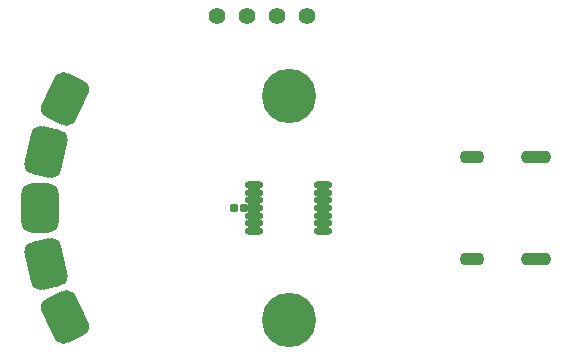
<source format=gbs>
G04*
G04 #@! TF.GenerationSoftware,Altium Limited,Altium Designer,21.5.1 (32)*
G04*
G04 Layer_Color=16711935*
%FSLAX25Y25*%
%MOIN*%
G70*
G04*
G04 #@! TF.SameCoordinates,91061D10-DFF7-4326-B378-EF9DD97FDABD*
G04*
G04*
G04 #@! TF.FilePolarity,Negative*
G04*
G01*
G75*
G04:AMPARAMS|DCode=49|XSize=27.26mil|YSize=28.84mil|CornerRadius=8.32mil|HoleSize=0mil|Usage=FLASHONLY|Rotation=270.000|XOffset=0mil|YOffset=0mil|HoleType=Round|Shape=RoundedRectangle|*
%AMROUNDEDRECTD49*
21,1,0.02726,0.01221,0,0,270.0*
21,1,0.01063,0.02884,0,0,270.0*
1,1,0.01663,-0.00610,-0.00532*
1,1,0.01663,-0.00610,0.00532*
1,1,0.01663,0.00610,0.00532*
1,1,0.01663,0.00610,-0.00532*
%
%ADD49ROUNDEDRECTD49*%
G04:AMPARAMS|DCode=69|XSize=163.48mil|YSize=124.11mil|CornerRadius=32.53mil|HoleSize=0mil|Usage=FLASHONLY|Rotation=244.000|XOffset=0mil|YOffset=0mil|HoleType=Round|Shape=RoundedRectangle|*
%AMROUNDEDRECTD69*
21,1,0.16348,0.05906,0,0,244.0*
21,1,0.09843,0.12411,0,0,244.0*
1,1,0.06506,-0.04811,-0.03129*
1,1,0.06506,-0.00497,0.05718*
1,1,0.06506,0.04811,0.03129*
1,1,0.06506,0.00497,-0.05718*
%
%ADD69ROUNDEDRECTD69*%
G04:AMPARAMS|DCode=70|XSize=163.48mil|YSize=124.11mil|CornerRadius=32.53mil|HoleSize=0mil|Usage=FLASHONLY|Rotation=257.000|XOffset=0mil|YOffset=0mil|HoleType=Round|Shape=RoundedRectangle|*
%AMROUNDEDRECTD70*
21,1,0.16348,0.05906,0,0,257.0*
21,1,0.09843,0.12411,0,0,257.0*
1,1,0.06506,-0.03984,-0.04131*
1,1,0.06506,-0.01770,0.05459*
1,1,0.06506,0.03984,0.04131*
1,1,0.06506,0.01770,-0.05459*
%
%ADD70ROUNDEDRECTD70*%
G04:AMPARAMS|DCode=71|XSize=163.48mil|YSize=124.11mil|CornerRadius=32.53mil|HoleSize=0mil|Usage=FLASHONLY|Rotation=270.000|XOffset=0mil|YOffset=0mil|HoleType=Round|Shape=RoundedRectangle|*
%AMROUNDEDRECTD71*
21,1,0.16348,0.05906,0,0,270.0*
21,1,0.09843,0.12411,0,0,270.0*
1,1,0.06506,-0.02953,-0.04921*
1,1,0.06506,-0.02953,0.04921*
1,1,0.06506,0.02953,0.04921*
1,1,0.06506,0.02953,-0.04921*
%
%ADD71ROUNDEDRECTD71*%
G04:AMPARAMS|DCode=72|XSize=163.48mil|YSize=124.11mil|CornerRadius=32.53mil|HoleSize=0mil|Usage=FLASHONLY|Rotation=283.000|XOffset=0mil|YOffset=0mil|HoleType=Round|Shape=RoundedRectangle|*
%AMROUNDEDRECTD72*
21,1,0.16348,0.05906,0,0,283.0*
21,1,0.09843,0.12411,0,0,283.0*
1,1,0.06506,-0.01770,-0.05459*
1,1,0.06506,-0.03984,0.04131*
1,1,0.06506,0.01770,0.05459*
1,1,0.06506,0.03984,-0.04131*
%
%ADD72ROUNDEDRECTD72*%
G04:AMPARAMS|DCode=73|XSize=163.48mil|YSize=124.11mil|CornerRadius=32.53mil|HoleSize=0mil|Usage=FLASHONLY|Rotation=296.000|XOffset=0mil|YOffset=0mil|HoleType=Round|Shape=RoundedRectangle|*
%AMROUNDEDRECTD73*
21,1,0.16348,0.05906,0,0,296.0*
21,1,0.09843,0.12411,0,0,296.0*
1,1,0.06506,-0.00497,-0.05718*
1,1,0.06506,-0.04811,0.03129*
1,1,0.06506,0.00497,0.05718*
1,1,0.06506,0.04811,-0.03129*
%
%ADD73ROUNDEDRECTD73*%
G04:AMPARAMS|DCode=76|XSize=43.31mil|YSize=82.68mil|CornerRadius=21.65mil|HoleSize=0mil|Usage=FLASHONLY|Rotation=90.000|XOffset=0mil|YOffset=0mil|HoleType=Round|Shape=RoundedRectangle|*
%AMROUNDEDRECTD76*
21,1,0.04331,0.03937,0,0,90.0*
21,1,0.00000,0.08268,0,0,90.0*
1,1,0.04331,0.01968,0.00000*
1,1,0.04331,0.01968,0.00000*
1,1,0.04331,-0.01968,0.00000*
1,1,0.04331,-0.01968,0.00000*
%
%ADD76ROUNDEDRECTD76*%
G04:AMPARAMS|DCode=77|XSize=43.31mil|YSize=102.36mil|CornerRadius=21.65mil|HoleSize=0mil|Usage=FLASHONLY|Rotation=90.000|XOffset=0mil|YOffset=0mil|HoleType=Round|Shape=RoundedRectangle|*
%AMROUNDEDRECTD77*
21,1,0.04331,0.05906,0,0,90.0*
21,1,0.00000,0.10236,0,0,90.0*
1,1,0.04331,0.02953,0.00000*
1,1,0.04331,0.02953,0.00000*
1,1,0.04331,-0.02953,0.00000*
1,1,0.04331,-0.02953,0.00000*
%
%ADD77ROUNDEDRECTD77*%
%ADD78C,0.05521*%
%ADD79C,0.18100*%
%ADD80C,0.01800*%
%ADD95O,0.06112X0.02372*%
D49*
X-14965Y0D02*
D03*
X-18035D02*
D03*
D69*
X-74600Y36385D02*
D03*
D70*
X-80873Y18671D02*
D03*
D71*
X-83000Y0D02*
D03*
D72*
X-80873Y-18671D02*
D03*
D73*
X-74600Y-36385D02*
D03*
D76*
X61272Y-17008D02*
D03*
Y17008D02*
D03*
D77*
X82374Y-17008D02*
D03*
Y17008D02*
D03*
D78*
X-24000Y64000D02*
D03*
X-14000D02*
D03*
X-4000D02*
D03*
X6000D02*
D03*
D79*
X0Y-37402D02*
D03*
Y37402D02*
D03*
D80*
X-76326Y32846D02*
D03*
X-72874Y39923D02*
D03*
X-74600Y36385D02*
D03*
X-79864Y34572D02*
D03*
X-76413Y41649D02*
D03*
X-78139Y38111D02*
D03*
X-72787Y31120D02*
D03*
X-69336Y38197D02*
D03*
X-71061Y34659D02*
D03*
X-81758Y14835D02*
D03*
X-79987Y22507D02*
D03*
X-80873Y18671D02*
D03*
X-85594Y15721D02*
D03*
X-83823Y23393D02*
D03*
X-84709Y19557D02*
D03*
X-77922Y13949D02*
D03*
X-76151Y21621D02*
D03*
X-77037Y17785D02*
D03*
X-83000Y-3937D02*
D03*
Y3937D02*
D03*
Y0D02*
D03*
X-86937Y-3937D02*
D03*
Y3937D02*
D03*
Y0D02*
D03*
X-79063Y-3937D02*
D03*
Y3937D02*
D03*
Y0D02*
D03*
X-79987Y-22507D02*
D03*
X-81758Y-14835D02*
D03*
X-80873Y-18671D02*
D03*
X-83823Y-23393D02*
D03*
X-85594Y-15721D02*
D03*
X-84709Y-19557D02*
D03*
X-76151Y-21621D02*
D03*
X-77922Y-13949D02*
D03*
X-77037Y-17785D02*
D03*
X-72874Y-39923D02*
D03*
X-76326Y-32846D02*
D03*
X-74600Y-36385D02*
D03*
X-76413Y-41649D02*
D03*
X-79864Y-34572D02*
D03*
X-78139Y-38111D02*
D03*
X-69336Y-38197D02*
D03*
X-72787Y-31120D02*
D03*
X-71061Y-34659D02*
D03*
D95*
X11614Y7677D02*
D03*
Y5118D02*
D03*
Y2559D02*
D03*
Y0D02*
D03*
Y-2559D02*
D03*
Y-5118D02*
D03*
Y-7677D02*
D03*
X-11614Y7677D02*
D03*
Y5118D02*
D03*
Y2559D02*
D03*
Y0D02*
D03*
Y-2559D02*
D03*
Y-5118D02*
D03*
Y-7677D02*
D03*
M02*

</source>
